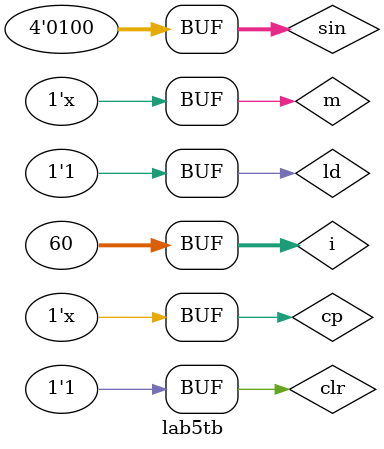
<source format=v>
module lab5tb();
integer i;
reg [3:0] sin;
reg cp,m,ld,clr;
wire [3:0] qout;
wire qcc;
wire [6:0]led;
initial begin
	sin=4'b0100;
	m=1'b1;
	ld=1'b1;
	clr=1'b1;
	cp=1'b0;	
end	
lab5 test(.sin(sin),.cp(cp),.m(m),.ld(ld),.clr(clr),.qout(qout),.qcc(qcc),.led(led));
always begin
for (i=0; i<60;i=i+1) begin
    #20 cp=~cp;
    if (i==30)
    m=~m;
end	
end

endmodule

</source>
